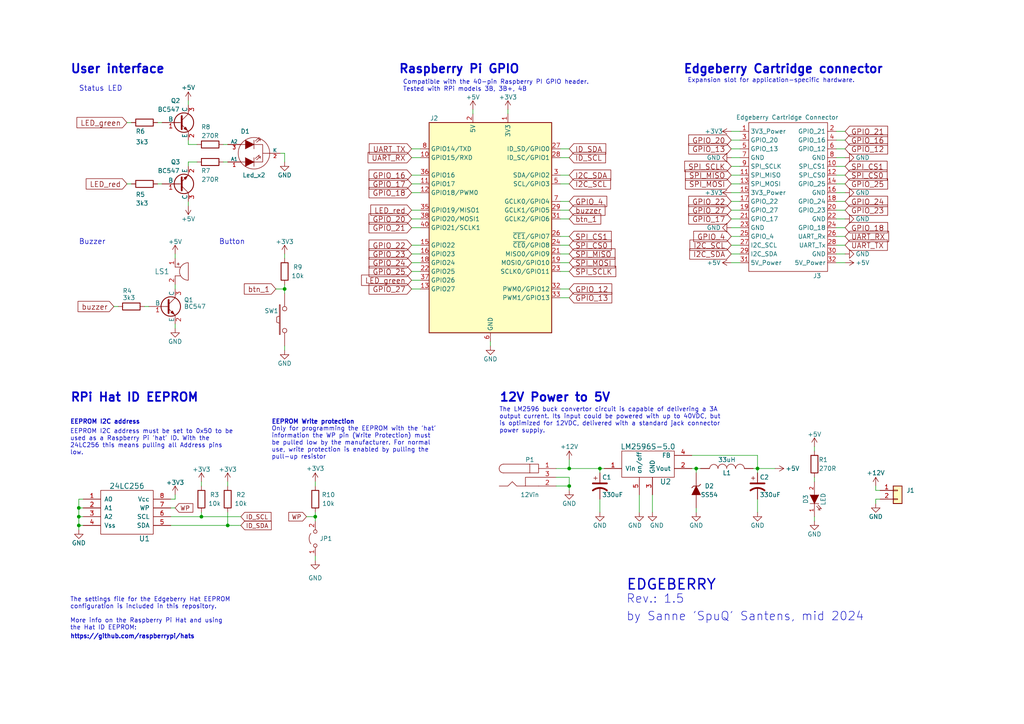
<source format=kicad_sch>
(kicad_sch (version 20231120) (generator "eeschema") (generator_version "8.0")
  (paper "A4")
  (title_block (title "Edgeberry Hardware") (date "2024-05-15") (rev "1.5"))
  (lib_symbols
    (symbol "Connector:Raspberry_Pi_2_3"
      (property "Reference" "J" (at -17.78 31.75 0))
      (property "Value" "Raspberry_Pi_2_3" (at 10.16 -31.75 0))
      (symbol "Raspberry_Pi_2_3_0_1"
        (rectangle (start -17.78 30.48) (end 17.78 -30.48) (stroke (width 0.254)) (fill (type background)))
      )
      (symbol "Raspberry_Pi_2_3_1_1"
        (pin power_in line (at 5.08 33.02 270) (length 2.54) (name "3V3") (number "1"))
        (pin bidirectional line (at -20.32 20.32 0) (length 2.54) (name "GPIO15/RXD") (number "10"))
        (pin bidirectional line (at -20.32 12.7 0) (length 2.54) (name "GPIO17") (number "11"))
        (pin bidirectional line (at -20.32 10.16 0) (length 2.54) (name "GPIO18/PWM0") (number "12"))
        (pin bidirectional line (at -20.32 -17.78 0) (length 2.54) (name "GPIO27") (number "13"))
        (pin passive line (at 0 -33.02 90) (length 2.54) hide (name "GND") (number "14"))
        (pin bidirectional line (at -20.32 -5.08 0) (length 2.54) (name "GPIO22") (number "15"))
        (pin bidirectional line (at -20.32 -7.62 0) (length 2.54) (name "GPIO23") (number "16"))
        (pin passive line (at 5.08 33.02 270) (length 2.54) hide (name "3V3") (number "17"))
        (pin bidirectional line (at -20.32 -10.16 0) (length 2.54) (name "GPIO24") (number "18"))
        (pin bidirectional line (at 20.32 -10.16 180) (length 2.54) (name "MOSI0/GPIO10") (number "19"))
        (pin power_in line (at -5.08 33.02 270) (length 2.54) (name "5V") (number "2"))
        (pin passive line (at 0 -33.02 90) (length 2.54) hide (name "GND") (number "20"))
        (pin bidirectional line (at 20.32 -7.62 180) (length 2.54) (name "MISO0/GPIO9") (number "21"))
        (pin bidirectional line (at -20.32 -12.7 0) (length 2.54) (name "GPIO25") (number "22"))
        (pin bidirectional line (at 20.32 -12.7 180) (length 2.54) (name "SCLK0/GPIO11") (number "23"))
        (pin bidirectional line (at 20.32 -5.08 180) (length 2.54) (name "~{CE0}/GPIO8") (number "24"))
        (pin passive line (at 0 -33.02 90) (length 2.54) hide (name "GND") (number "25"))
        (pin bidirectional line (at 20.32 -2.54 180) (length 2.54) (name "~{CE1}/GPIO7") (number "26"))
        (pin bidirectional line (at 20.32 22.86 180) (length 2.54) (name "ID_SD/GPIO0") (number "27"))
        (pin bidirectional line (at 20.32 20.32 180) (length 2.54) (name "ID_SC/GPIO1") (number "28"))
        (pin bidirectional line (at 20.32 5.08 180) (length 2.54) (name "GCLK1/GPIO5") (number "29"))
        (pin bidirectional line (at 20.32 15.24 180) (length 2.54) (name "SDA/GPIO2") (number "3"))
        (pin passive line (at 0 -33.02 90) (length 2.54) hide (name "GND") (number "30"))
        (pin bidirectional line (at 20.32 2.54 180) (length 2.54) (name "GCLK2/GPIO6") (number "31"))
        (pin bidirectional line (at 20.32 -17.78 180) (length 2.54) (name "PWM0/GPIO12") (number "32"))
        (pin bidirectional line (at 20.32 -20.32 180) (length 2.54) (name "PWM1/GPIO13") (number "33"))
        (pin passive line (at 0 -33.02 90) (length 2.54) hide (name "GND") (number "34"))
        (pin bidirectional line (at -20.32 5.08 0) (length 2.54) (name "GPIO19/MISO1") (number "35"))
        (pin bidirectional line (at -20.32 15.24 0) (length 2.54) (name "GPIO16") (number "36"))
        (pin bidirectional line (at -20.32 -15.24 0) (length 2.54) (name "GPIO26") (number "37"))
        (pin bidirectional line (at -20.32 2.54 0) (length 2.54) (name "GPIO20/MOSI1") (number "38"))
        (pin passive line (at 0 -33.02 90) (length 2.54) hide (name "GND") (number "39"))
        (pin passive line (at -5.08 33.02 270) (length 2.54) hide (name "5V") (number "4"))
        (pin bidirectional line (at -20.32 0 0) (length 2.54) (name "GPIO21/SCLK1") (number "40"))
        (pin bidirectional line (at 20.32 12.7 180) (length 2.54) (name "SCL/GPIO3") (number "5"))
        (pin power_in line (at 0 -33.02 90) (length 2.54) (name "GND") (number "6"))
        (pin bidirectional line (at 20.32 7.62 180) (length 2.54) (name "GCLK0/GPIO4") (number "7"))
        (pin bidirectional line (at -20.32 22.86 0) (length 2.54) (name "GPIO14/TXD") (number "8"))
        (pin passive line (at 0 -33.02 90) (length 2.54) hide (name "GND") (number "9"))
      )
    )
    (symbol "Connector_Generic:Conn_01x02" (pin_names (offset 1.016) hide)
      (property "Reference" "J" (at 0 2.54 0))
      (property "Value" "Conn_01x02" (at 0 -5.08 0))
      (symbol "Conn_01x02_1_1"
        (rectangle (start -1.27 -2.413) (end 0 -2.667) (stroke (width 0.1524)))
        (rectangle (start -1.27 0.127) (end 0 -0.127) (stroke (width 0.1524)))
        (rectangle (start -1.27 1.27) (end 1.27 -3.81) (stroke (width 0.254)) (fill (type background)))
        (pin passive line (at -5.08 0 0) (length 3.81) (name "Pin_1") (number "1"))
        (pin passive line (at -5.08 -2.54 0) (length 3.81) (name "Pin_2") (number "2"))
      )
    )
    (symbol "EdgeBerry-rescue:+12V" (power) (pin_names (offset 0))
      (property "Value" "+12V" (at 0 3.556 0))
      (symbol "+12V_0_1"
        (polyline (pts (xy -0.762 1.27) (xy 0 2.54)))
        (polyline (pts (xy 0 0) (xy 0 2.54)))
        (polyline (pts (xy 0 2.54) (xy 0.762 1.27)))
      )
      (symbol "+12V_1_1"
        (pin power_in line (at 0 0 90) (length 0) hide (name "+12V") (number "1"))
      )
    )
    (symbol "EdgeBerry-rescue:+3V3" (power) (pin_names (offset 0))
      (property "Value" "+3V3" (at 0 3.556 0))
      (symbol "+3V3_0_1"
        (polyline (pts (xy -0.762 1.27) (xy 0 2.54)))
        (polyline (pts (xy 0 0) (xy 0 2.54)))
        (polyline (pts (xy 0 2.54) (xy 0.762 1.27)))
      )
      (symbol "+3V3_1_1"
        (pin power_in line (at 0 0 90) (length 0) hide (name "+3V3") (number "1"))
      )
    )
    (symbol "EdgeBerry-rescue:+5V" (power) (pin_names (offset 0))
      (property "Value" "+5V" (at 0 3.556 0))
      (symbol "+5V_0_1"
        (polyline (pts (xy -0.762 1.27) (xy 0 2.54)))
        (polyline (pts (xy 0 0) (xy 0 2.54)))
        (polyline (pts (xy 0 2.54) (xy 0.762 1.27)))
      )
      (symbol "+5V_1_1"
        (pin power_in line (at 0 0 90) (length 0) hide (name "+5V") (number "1"))
      )
    )
    (symbol "EdgeBerry-rescue:24LC256" (pin_names (offset 1.016))
      (property "Reference" "U" (at 5.08 -7.62 0))
      (property "Value" "24LC256" (at 0 7.62 0))
      (symbol "24LC256_0_1"
        (rectangle (start -7.62 6.35) (end 7.62 -6.35))
      )
      (symbol "24LC256_1_1"
        (pin input line (at -12.7 3.81 0) (length 5.08) (name "A0") (number "1"))
        (pin input line (at -12.7 1.27 0) (length 5.08) (name "A1") (number "2"))
        (pin input line (at -12.7 -1.27 0) (length 5.08) (name "A2") (number "3"))
        (pin input line (at -12.7 -3.81 0) (length 5.08) (name "Vss") (number "4"))
        (pin input line (at 12.7 -3.81 180) (length 5.08) (name "SDA") (number "5"))
        (pin input line (at 12.7 -1.27 180) (length 5.08) (name "SCL") (number "6"))
        (pin input line (at 12.7 1.27 180) (length 5.08) (name "WP") (number "7"))
        (pin input line (at 12.7 3.81 180) (length 5.08) (name "Vcc") (number "8"))
      )
    )
    (symbol "EdgeBerry-rescue:BARREL_JACK" (pin_names (offset 1.016))
      (property "Reference" "CON" (at 0 6.35 0))
      (property "Value" "BARREL_JACK" (at 0 -5.08 0))
      (symbol "BARREL_JACK_0_1"
        (arc (start -8.89 2.54) (mid -8.5309 1.6291) (end -7.62 1.27))
        (arc (start -7.62 3.81) (mid -8.5127 3.4327) (end -8.89 2.54))
        (polyline (pts (xy -7.62 1.27) (xy 0 1.27)))
        (polyline (pts (xy 0 3.81) (xy -7.62 3.81)))
        (polyline (pts (xy 2.54 0) (xy -1.27 0) (xy -1.27 -2.54)))
        (polyline (pts (xy 2.54 -2.54) (xy -3.81 -2.54) (xy -5.08 -1.27) (xy -6.35 -2.54) (xy -8.89 -2.54)))
        (rectangle (start 2.54 3.81) (end 0 1.27))
      )
      (symbol "BARREL_JACK_1_1"
        (pin passive line (at 7.62 2.54 180) (length 5.08) (name "~") (number "1"))
        (pin passive line (at 7.62 -2.54 180) (length 5.08) (name "~") (number "2"))
        (pin passive line (at 7.62 0 180) (length 5.08) (name "~") (number "3"))
      )
    )
    (symbol "EdgeBerry-rescue:BC547_SOT23" (pin_names (offset 0))
      (property "Reference" "Q" (at 5.08 1.905 0))
      (property "Value" "BC547_SOT23" (at 5.08 0 0))
      (property "Footprint" "TO_SOT_Packages_SMD:SOT-23_Handsoldering" (at 5.08 -1.905 0))
      (symbol "BC547_SOT23_0_1"
        (polyline (pts (xy 0 0) (xy 0.635 0)))
        (polyline (pts (xy 0.635 0.635) (xy 2.54 2.54)))
        (polyline (pts (xy 0.635 -0.635) (xy 2.54 -2.54) (xy 2.54 -2.54)))
        (polyline (pts (xy 0.635 1.905) (xy 0.635 -1.905) (xy 0.635 -1.905)) (stroke (width 0.508)))
        (polyline (pts (xy 1.27 -1.778) (xy 1.778 -1.27) (xy 2.286 -2.286) (xy 1.27 -1.778) (xy 1.27 -1.778)) (fill (type outline)))
        (circle (center 1.27 0) (radius 2.8194) (stroke (width 0.254)))
      )
      (symbol "BC547_SOT23_1_1"
        (pin input line (at -5.08 0 0) (length 5.08) (name "B") (number "1"))
        (pin passive line (at 2.54 -5.08 90) (length 2.54) (name "E") (number "2"))
        (pin passive line (at 2.54 5.08 270) (length 2.54) (name "C") (number "3"))
      )
    )
    (symbol "EdgeBerry-rescue:Buzzer" (pin_names (offset 1.016))
      (property "Reference" "LS" (at 2.54 -3.81 0))
      (symbol "Buzzer_0_1"
        (polyline (pts (xy 0 -1.27) (xy 1.27 -1.27)))
        (polyline (pts (xy 0 1.27) (xy 1.27 1.27)))
        (polyline (pts (xy 0.508 2.159) (xy 0.508 2.159)))
        (polyline (pts (xy 0.889 2.54) (xy 0.889 1.778)))
        (polyline (pts (xy 1.27 -1.27) (xy 1.524 -1.27)))
        (polyline (pts (xy 1.27 1.27) (xy 1.524 1.27)))
        (polyline (pts (xy 1.27 2.159) (xy 0.508 2.159)))
        (polyline (pts (xy 3.81 2.54) (xy 3.81 -2.54)))
        (arc (start 3.81 2.54) (mid 1.281 0) (end 3.81 -2.54))
      )
      (symbol "Buzzer_1_1"
        (pin input line (at 0 3.81 270) (length 2.54) (name "~") (number "1"))
        (pin input line (at 0 -3.81 90) (length 2.54) (name "~") (number "2"))
      )
    )
    (symbol "EdgeBerry-rescue:CP1" (pin_numbers hide) (pin_names (offset 0.254) hide)
      (property "Reference" "C" (at 0.635 2.54 0))
      (property "Value" "CP1" (at 0.635 -2.54 0))
      (symbol "CP1_0_1"
        (polyline (pts (xy -2.032 0.762) (xy 2.032 0.762)) (stroke (width 0.508)))
        (polyline (pts (xy -1.778 2.286) (xy -0.762 2.286)))
        (polyline (pts (xy -1.27 1.778) (xy -1.27 2.794)))
        (arc (start 2.032 -1.27) (mid 0 -0.5572) (end -2.032 -1.27) (stroke (width 0.508)))
      )
      (symbol "CP1_1_1"
        (pin passive line (at 0 3.81 270) (length 2.794) (name "~") (number "1"))
        (pin passive line (at 0 -3.81 90) (length 3.302) (name "~") (number "2"))
      )
    )
    (symbol "EdgeBerry-rescue:GND" (power) (pin_names (offset 0))
      (property "Value" "GND" (at 0 -3.81 0))
      (symbol "GND_0_1"
        (polyline (pts (xy 0 0) (xy 0 -1.27) (xy 1.27 -1.27) (xy 0 -2.54) (xy -1.27 -1.27) (xy 0 -1.27)))
      )
      (symbol "GND_1_1"
        (pin power_in line (at 0 0 270) (length 0) hide (name "GND") (number "1"))
      )
    )
    (symbol "EdgeBerry-rescue:INDUCTOR" (pin_numbers hide) (pin_names (offset 1.016) hide)
      (property "Reference" "L" (at -1.27 0 90))
      (property "Value" "INDUCTOR" (at 2.54 0 90))
      (symbol "INDUCTOR_0_1"
        (arc (start 0.0254 -5.0546) (mid 1.245 -3.7973) (end 0.0254 -2.54))
        (arc (start 0.0254 -2.5146) (mid 1.2704 -1.2319) (end 0.0254 0.0508))
        (arc (start 0.0254 0.0254) (mid 1.2704 1.3081) (end 0.0254 2.5908))
        (arc (start 0.0254 2.5654) (mid 1.1942 3.7719) (end 0.0254 4.9784))
      )
      (symbol "INDUCTOR_1_1"
        (pin passive line (at 0 7.62 270) (length 2.54) (name "1") (number "1"))
        (pin passive line (at 0 -7.62 90) (length 2.54) (name "2") (number "2"))
      )
    )
    (symbol "EdgeBerry-rescue:LED" (pin_names (offset 1.016) hide)
      (property "Reference" "D" (at 0 2.54 0))
      (property "Value" "LED" (at 0 -2.54 0))
      (symbol "LED_0_1"
        (polyline (pts (xy -1.27 1.27) (xy -1.27 -1.27)))
        (polyline (pts (xy -2.032 -0.635) (xy -3.175 -1.651) (xy -3.048 -1.016)))
        (polyline (pts (xy -1.651 -1.016) (xy -2.794 -2.032) (xy -2.667 -1.397)))
        (polyline (pts (xy 1.27 1.27) (xy -1.27 0) (xy 1.27 -1.27)) (fill (type outline)))
      )
      (symbol "LED_1_1"
        (pin passive line (at -5.08 0 0) (length 3.81) (name "K") (number "1"))
        (pin passive line (at 5.08 0 180) (length 3.81) (name "A") (number "2"))
      )
    )
    (symbol "EdgeBerry-rescue:LM2596" (pin_names (offset 1.016))
      (property "Reference" "U" (at 5.08 -11.43 0))
      (property "Value" "LM2596" (at -3.81 -1.27 0))
      (symbol "LM2596_0_1"
        (rectangle (start -7.62 -10.16) (end 7.62 -2.54))
      )
      (symbol "LM2596_1_1"
        (pin input line (at -12.7 -7.62 0) (length 5.08) (name "Vin") (number "1"))
        (pin input line (at 12.7 -7.62 180) (length 5.08) (name "Vout") (number "2"))
        (pin input line (at 1.27 -15.24 90) (length 5.08) (name "GND") (number "3"))
        (pin input line (at 12.7 -3.81 180) (length 5.08) (name "FB") (number "4"))
        (pin input line (at -2.54 -15.24 90) (length 5.08) (name "on/off") (number "5"))
      )
    )
    (symbol "EdgeBerry-rescue:Led_x2" (pin_names (offset 0))
      (property "Reference" "D" (at 0 5.715 0))
      (property "Value" "Led_x2" (at 0 -6.35 0))
      (symbol "Led_x2_0_1"
        (polyline (pts (xy -4.572 0) (xy -2.54 0)))
        (polyline (pts (xy 0 -1.27) (xy 0 -3.81)))
        (polyline (pts (xy 0 3.81) (xy 0 1.27)))
        (polyline (pts (xy 3.81 -2.54) (xy 2.54 -2.54)))
        (polyline (pts (xy 3.81 2.54) (xy 2.54 2.54)))
        (polyline (pts (xy -0.762 -3.175) (xy -1.905 -4.191) (xy -1.778 -3.556)))
        (polyline (pts (xy -0.762 1.905) (xy -1.905 0.889) (xy -1.778 1.524)))
        (polyline (pts (xy -0.381 -3.556) (xy -1.524 -4.572) (xy -1.397 -3.937)))
        (polyline (pts (xy -0.381 1.524) (xy -1.524 0.508) (xy -1.397 1.143)))
        (polyline (pts (xy 2.54 -1.27) (xy 0 -2.54) (xy 2.54 -3.81)) (fill (type outline)))
        (polyline (pts (xy 2.54 3.81) (xy 0 2.54) (xy 2.54 1.27)) (fill (type outline)))
        (polyline (pts (xy 0 2.54) (xy -2.54 2.54) (xy -2.54 -2.54) (xy 0 -2.54)))
        (circle (center 0 0) (radius 4.572))
      )
      (symbol "Led_x2_1_1"
        (pin input line (at 7.62 2.54 180) (length 3.81) (name "A1") (number "1"))
        (pin input line (at -7.62 0 0) (length 3.048) (name "K") (number "2"))
        (pin input line (at 7.62 -2.54 180) (length 3.81) (name "A2") (number "3"))
      )
    )
    (symbol "EdgeBerry-rescue:R" (pin_numbers hide) (pin_names (offset 0))
      (property "Reference" "R" (at 2.032 0 90))
      (property "Value" "R" (at 0 0 90))
      (symbol "R_0_1"
        (rectangle (start -1.016 -2.54) (end 1.016 2.54) (stroke (width 0.254)))
      )
      (symbol "R_1_1"
        (pin passive line (at 0 3.81 270) (length 1.27) (name "~") (number "1"))
        (pin passive line (at 0 -3.81 90) (length 1.27) (name "~") (number "2"))
      )
    )
    (symbol "EdgeBerry-rescue:SW_PUSH" (pin_numbers hide) (pin_names (offset 1.016) hide)
      (property "Reference" "SW" (at 3.81 2.794 0))
      (property "Value" "SW_PUSH" (at 0 -2.032 0))
      (symbol "SW_PUSH_0_1"
        (rectangle (start -4.318 1.27) (end 4.318 1.524))
        (polyline (pts (xy -1.016 1.524) (xy -0.762 2.286) (xy 0.762 2.286) (xy 1.016 1.524)))
        (pin passive inverted (at -7.62 0 0) (length 5.08) (name "1") (number "1"))
        (pin passive inverted (at 7.62 0 180) (length 5.08) (name "2") (number "2"))
      )
    )
    (symbol "EdgeBerry-rescue:ZENER" (pin_numbers hide) (pin_names (offset 1.016) hide)
      (property "Reference" "D" (at 0 2.54 0))
      (property "Value" "ZENER" (at 0 -2.54 0))
      (symbol "ZENER_0_1"
        (polyline (pts (xy -1.778 1.27) (xy -1.27 0.762) (xy -1.27 -0.762) (xy -0.762 -1.27) (xy -0.762 -1.27)) (stroke (width 0.2032)))
        (polyline (pts (xy -1.27 0) (xy 1.27 1.27) (xy 1.27 -1.27) (xy -1.27 0) (xy -1.27 0)) (fill (type outline)))
      )
      (symbol "ZENER_1_1"
        (pin passive line (at -5.08 0 0) (length 3.81) (name "K") (number "1"))
        (pin passive line (at 5.08 0 180) (length 3.81) (name "A") (number "2"))
      )
    )
    (symbol "Edgeberry:Edgeberry_Cartridge_Connector"
      (property "Reference" "H" (at 8.382 -24.13 0))
      (property "Value" "Edgeberry Cartridge Connector" (at -0.254 21.844 0))
      (symbol "Edgeberry_Cartridge_Connector_0_1"
        (polyline (pts (xy -11.43 20.32) (xy 11.43 20.32) (xy 11.43 -22.86) (xy -11.43 -22.86) (xy -11.43 20.32)))
      )
      (symbol "Edgeberry_Cartridge_Connector_1_1"
        (pin output line (at -13.97 17.78 0) (length 2.54) (name "3V3_Power") (number "1"))
        (pin output line (at 13.97 7.62 180) (length 2.54) (name "SPI_CS1") (number "10"))
        (pin input line (at -13.97 5.08 0) (length 2.54) (name "SPI_MISO") (number "11"))
        (pin output line (at 13.97 5.08 180) (length 2.54) (name "SPI_CS0") (number "12"))
        (pin output line (at -13.97 2.54 0) (length 2.54) (name "SPI_MOSI") (number "13"))
        (pin bidirectional line (at 13.97 2.54 180) (length 2.54) (name "GPIO_25") (number "14"))
        (pin output line (at -13.97 0 0) (length 2.54) (name "3V3_Power") (number "15"))
        (pin bidirectional line (at 13.97 0 180) (length 2.54) (name "GND") (number "16"))
        (pin bidirectional line (at -13.97 -2.54 0) (length 2.54) (name "GPIO_22") (number "17"))
        (pin bidirectional line (at 13.97 -2.54 180) (length 2.54) (name "GPIO_24") (number "18"))
        (pin bidirectional line (at -13.97 -5.08 0) (length 2.54) (name "GPIO_27") (number "19"))
        (pin bidirectional line (at 13.97 17.78 180) (length 2.54) (name "GPIO_21") (number "2"))
        (pin bidirectional line (at 13.97 -5.08 180) (length 2.54) (name "GPIO_23") (number "20"))
        (pin bidirectional line (at -13.97 -7.62 0) (length 2.54) (name "GPIO_17") (number "21"))
        (pin output line (at 13.97 -7.62 180) (length 2.54) (name "GND") (number "22"))
        (pin output line (at -13.97 -10.16 0) (length 2.54) (name "GND") (number "23"))
        (pin bidirectional line (at 13.97 -10.16 180) (length 2.54) (name "GPIO_18") (number "24"))
        (pin bidirectional line (at -13.97 -12.7 0) (length 2.54) (name "GPIO_4") (number "25"))
        (pin input line (at 13.97 -12.7 180) (length 2.54) (name "UART_Rx") (number "26"))
        (pin output line (at -13.97 -15.24 0) (length 2.54) (name "I2C_SCL") (number "27"))
        (pin output line (at 13.97 -15.24 180) (length 2.54) (name "UART_Tx") (number "28"))
        (pin bidirectional line (at -13.97 -17.78 0) (length 2.54) (name "I2C_SDA") (number "29"))
        (pin bidirectional line (at -13.97 15.24 0) (length 2.54) (name "GPIO_20") (number "3"))
        (pin output line (at 13.97 -17.78 180) (length 2.54) (name "GND") (number "30"))
        (pin output line (at -13.97 -20.32 0) (length 2.54) (name "5V_Power") (number "31"))
        (pin output line (at 13.97 -20.32 180) (length 2.54) (name "5V_Power") (number "32"))
        (pin bidirectional line (at 13.97 15.24 180) (length 2.54) (name "GPIO_16") (number "4"))
        (pin bidirectional line (at -13.97 12.7 0) (length 2.54) (name "GPIO_13") (number "5"))
        (pin bidirectional line (at 13.97 12.7 180) (length 2.54) (name "GPIO_12") (number "6"))
        (pin output line (at -13.97 10.16 0) (length 2.54) (name "GND") (number "7"))
        (pin output line (at 13.97 10.16 180) (length 2.54) (name "GND") (number "8"))
        (pin output line (at -13.97 7.62 0) (length 2.54) (name "SPI_SCLK") (number "9"))
      )
    )
    (symbol "Jumper:Jumper_2_Open" (pin_names (offset 0) hide)
      (property "Reference" "JP" (at 0 2.794 0))
      (property "Value" "Jumper_2_Open" (at 0 -2.286 0))
      (symbol "Jumper_2_Open_0_0"
        (circle (center -2.032 0) (radius 0.508))
        (circle (center 2.032 0) (radius 0.508))
      )
      (symbol "Jumper_2_Open_0_1"
        (arc (start 1.524 1.27) (mid 0 1.778) (end -1.524 1.27))
      )
      (symbol "Jumper_2_Open_1_1"
        (pin passive line (at -5.08 0 0) (length 2.54) (name "A") (number "1"))
        (pin passive line (at 5.08 0 180) (length 2.54) (name "B") (number "2"))
      )
    )
    (symbol "power:+12V" (power) (pin_names (offset 0))
      (property "Value" "+12V" (at 0 3.556 0))
      (symbol "+12V_0_1"
        (polyline (pts (xy -0.762 1.27) (xy 0 2.54)))
        (polyline (pts (xy 0 0) (xy 0 2.54)))
        (polyline (pts (xy 0 2.54) (xy 0.762 1.27)))
      )
      (symbol "+12V_1_1"
        (pin power_in line (at 0 0 90) (length 0) hide (name "+12V") (number "1"))
      )
    )
    (symbol "power:+3V3" (power) (pin_names (offset 0))
      (property "Value" "+3V3" (at 0 3.556 0))
      (symbol "+3V3_0_1"
        (polyline (pts (xy -0.762 1.27) (xy 0 2.54)))
        (polyline (pts (xy 0 0) (xy 0 2.54)))
        (polyline (pts (xy 0 2.54) (xy 0.762 1.27)))
      )
      (symbol "+3V3_1_1"
        (pin power_in line (at 0 0 90) (length 0) hide (name "+3V3") (number "1"))
      )
    )
    (symbol "power:+5V" (power) (pin_names (offset 0))
      (property "Value" "+5V" (at 0 3.556 0))
      (symbol "+5V_0_1"
        (polyline (pts (xy -0.762 1.27) (xy 0 2.54)))
        (polyline (pts (xy 0 0) (xy 0 2.54)))
        (polyline (pts (xy 0 2.54) (xy 0.762 1.27)))
      )
      (symbol "+5V_1_1"
        (pin power_in line (at 0 0 90) (length 0) hide (name "+5V") (number "1"))
      )
    )
    (symbol "power:GND" (power) (pin_names (offset 0))
      (property "Value" "GND" (at 0 -3.81 0))
      (symbol "GND_0_1"
        (polyline (pts (xy 0 0) (xy 0 -1.27) (xy 1.27 -1.27) (xy 0 -2.54) (xy -1.27 -1.27) (xy 0 -1.27)))
      )
      (symbol "GND_1_1"
        (pin power_in line (at 0 0 270) (length 0) hide (name "GND") (number "1"))
      )
    )
  )
  (junction (at 91.44 149.86))
  (junction (at 66.04 152.4))
  (junction (at 22.86 152.4))
  (junction (at 219.71 135.89))
  (junction (at 173.99 135.89))
  (junction (at 165.1 135.89))
  (junction (at 22.86 149.86))
  (junction (at 22.86 147.32))
  (junction (at 201.93 135.89))
  (junction (at 165.1 140.97))
  (junction (at 58.42 149.86))
  (junction (at 82.55 83.82))
  (wire (pts (xy 255.27 142.24) (xy 254 142.24)))
  (wire (pts (xy 212.09 45.72) (xy 214.63 45.72)))
  (wire (pts (xy 58.42 148.59) (xy 58.42 149.86)))
  (wire (pts (xy 82.55 83.82) (xy 82.55 82.55)))
  (wire (pts (xy 119.38 50.8) (xy 121.92 50.8)))
  (wire (pts (xy 33.02 88.9) (xy 34.29 88.9)))
  (wire (pts (xy 64.77 46.99) (xy 66.04 46.99)))
  (wire (pts (xy 54.61 48.26) (xy 54.61 46.99)))
  (wire (pts (xy 212.09 71.12) (xy 214.63 71.12)))
  (wire (pts (xy 212.09 53.34) (xy 214.63 53.34)))
  (wire (pts (xy 212.09 60.96) (xy 214.63 60.96)))
  (wire (pts (xy 201.93 137.16) (xy 201.93 135.89)))
  (wire (pts (xy 162.56 83.82) (xy 165.1 83.82)))
  (wire (pts (xy 54.61 46.99) (xy 57.15 46.99)))
  (wire (pts (xy 22.86 144.78) (xy 22.86 147.32)))
  (wire (pts (xy 242.57 43.18) (xy 245.11 43.18)))
  (wire (pts (xy 82.55 100.33) (xy 82.55 101.6)))
  (wire (pts (xy 119.38 71.12) (xy 121.92 71.12)))
  (wire (pts (xy 212.09 50.8) (xy 214.63 50.8)))
  (wire (pts (xy 91.44 148.59) (xy 91.44 149.86)))
  (wire (pts (xy 200.66 135.89) (xy 201.93 135.89)))
  (wire (pts (xy 173.99 148.59) (xy 173.99 144.78)))
  (wire (pts (xy 254 144.78) (xy 254 146.05)))
  (wire (pts (xy 212.09 66.04) (xy 214.63 66.04)))
  (wire (pts (xy 119.38 76.2) (xy 121.92 76.2)))
  (wire (pts (xy 242.57 76.2) (xy 245.11 76.2)))
  (wire (pts (xy 54.61 29.21) (xy 54.61 30.48)))
  (wire (pts (xy 242.57 45.72) (xy 245.11 45.72)))
  (wire (pts (xy 119.38 66.04) (xy 121.92 66.04)))
  (wire (pts (xy 236.22 129.54) (xy 236.22 130.81)))
  (wire (pts (xy 91.44 139.7) (xy 91.44 140.97)))
  (wire (pts (xy 119.38 55.88) (xy 121.92 55.88)))
  (wire (pts (xy 54.61 41.91) (xy 57.15 41.91)))
  (wire (pts (xy 162.56 73.66) (xy 165.1 73.66)))
  (wire (pts (xy 161.29 138.43) (xy 165.1 138.43)))
  (wire (pts (xy 162.56 43.18) (xy 165.1 43.18)))
  (wire (pts (xy 201.93 147.32) (xy 201.93 148.59)))
  (wire (pts (xy 50.8 73.66) (xy 50.8 74.93)))
  (wire (pts (xy 119.38 63.5) (xy 121.92 63.5)))
  (wire (pts (xy 147.32 31.75) (xy 147.32 33.02)))
  (wire (pts (xy 119.38 53.34) (xy 121.92 53.34)))
  (wire (pts (xy 24.13 152.4) (xy 22.86 152.4)))
  (wire (pts (xy 119.38 73.66) (xy 121.92 73.66)))
  (wire (pts (xy 242.57 40.64) (xy 245.11 40.64)))
  (wire (pts (xy 162.56 78.74) (xy 165.1 78.74)))
  (wire (pts (xy 58.42 149.86) (xy 69.85 149.86)))
  (wire (pts (xy 219.71 148.59) (xy 219.71 144.78)))
  (wire (pts (xy 66.04 139.7) (xy 66.04 140.97)))
  (wire (pts (xy 173.99 135.89) (xy 175.26 135.89)))
  (wire (pts (xy 41.91 88.9) (xy 43.18 88.9)))
  (wire (pts (xy 119.38 45.72) (xy 121.92 45.72)))
  (wire (pts (xy 242.57 53.34) (xy 245.11 53.34)))
  (wire (pts (xy 24.13 147.32) (xy 22.86 147.32)))
  (wire (pts (xy 50.8 93.98) (xy 50.8 95.25)))
  (wire (pts (xy 212.09 48.26) (xy 214.63 48.26)))
  (wire (pts (xy 236.22 138.43) (xy 236.22 139.7)))
  (wire (pts (xy 242.57 48.26) (xy 245.11 48.26)))
  (wire (pts (xy 24.13 144.78) (xy 22.86 144.78)))
  (wire (pts (xy 45.72 35.56) (xy 46.99 35.56)))
  (wire (pts (xy 49.53 144.78) (xy 50.8 144.78)))
  (wire (pts (xy 165.1 140.97) (xy 165.1 142.24)))
  (wire (pts (xy 22.86 152.4) (xy 22.86 153.67)))
  (wire (pts (xy 162.56 50.8) (xy 165.1 50.8)))
  (wire (pts (xy 22.86 147.32) (xy 22.86 149.86)))
  (wire (pts (xy 36.83 35.56) (xy 38.1 35.56)))
  (wire (pts (xy 165.1 138.43) (xy 165.1 140.97)))
  (wire (pts (xy 219.71 132.08) (xy 219.71 135.89)))
  (wire (pts (xy 82.55 85.09) (xy 82.55 83.82)))
  (wire (pts (xy 161.29 140.97) (xy 165.1 140.97)))
  (wire (pts (xy 173.99 137.16) (xy 173.99 135.89)))
  (wire (pts (xy 50.8 83.82) (xy 50.8 82.55)))
  (wire (pts (xy 137.16 31.75) (xy 137.16 33.02)))
  (wire (pts (xy 24.13 149.86) (xy 22.86 149.86)))
  (wire (pts (xy 212.09 63.5) (xy 214.63 63.5)))
  (wire (pts (xy 219.71 135.89) (xy 219.71 137.16)))
  (wire (pts (xy 162.56 58.42) (xy 165.1 58.42)))
  (wire (pts (xy 162.56 71.12) (xy 165.1 71.12)))
  (wire (pts (xy 82.55 73.66) (xy 82.55 74.93)))
  (wire (pts (xy 49.53 149.86) (xy 58.42 149.86)))
  (wire (pts (xy 22.86 149.86) (xy 22.86 152.4)))
  (wire (pts (xy 81.28 44.45) (xy 82.55 44.45)))
  (wire (pts (xy 165.1 135.89) (xy 173.99 135.89)))
  (wire (pts (xy 64.77 41.91) (xy 66.04 41.91)))
  (wire (pts (xy 119.38 43.18) (xy 121.92 43.18)))
  (wire (pts (xy 50.8 144.78) (xy 50.8 143.51)))
  (wire (pts (xy 162.56 76.2) (xy 165.1 76.2)))
  (wire (pts (xy 255.27 144.78) (xy 254 144.78)))
  (wire (pts (xy 201.93 135.89) (xy 203.2 135.89)))
  (wire (pts (xy 212.09 58.42) (xy 214.63 58.42)))
  (wire (pts (xy 161.29 135.89) (xy 165.1 135.89)))
  (wire (pts (xy 242.57 50.8) (xy 245.11 50.8)))
  (wire (pts (xy 162.56 53.34) (xy 165.1 53.34)))
  (wire (pts (xy 162.56 63.5) (xy 165.1 63.5)))
  (wire (pts (xy 54.61 40.64) (xy 54.61 41.91)))
  (wire (pts (xy 242.57 71.12) (xy 245.11 71.12)))
  (wire (pts (xy 242.57 73.66) (xy 245.11 73.66)))
  (wire (pts (xy 91.44 149.86) (xy 91.44 151.13)))
  (wire (pts (xy 242.57 68.58) (xy 245.11 68.58)))
  (wire (pts (xy 242.57 38.1) (xy 245.11 38.1)))
  (wire (pts (xy 219.71 135.89) (xy 224.79 135.89)))
  (wire (pts (xy 82.55 44.45) (xy 82.55 46.99)))
  (wire (pts (xy 142.24 99.06) (xy 142.24 100.33)))
  (wire (pts (xy 165.1 135.89) (xy 165.1 133.35)))
  (wire (pts (xy 49.53 152.4) (xy 66.04 152.4)))
  (wire (pts (xy 162.56 68.58) (xy 165.1 68.58)))
  (wire (pts (xy 242.57 60.96) (xy 245.11 60.96)))
  (wire (pts (xy 242.57 55.88) (xy 245.11 55.88)))
  (wire (pts (xy 54.61 58.42) (xy 54.61 59.69)))
  (wire (pts (xy 212.09 40.64) (xy 214.63 40.64)))
  (wire (pts (xy 36.83 53.34) (xy 38.1 53.34)))
  (wire (pts (xy 236.22 149.86) (xy 236.22 151.13)))
  (wire (pts (xy 162.56 86.36) (xy 165.1 86.36)))
  (wire (pts (xy 66.04 148.59) (xy 66.04 152.4)))
  (wire (pts (xy 189.23 143.51) (xy 189.23 148.59)))
  (wire (pts (xy 162.56 45.72) (xy 165.1 45.72)))
  (wire (pts (xy 212.09 38.1) (xy 214.63 38.1)))
  (wire (pts (xy 119.38 81.28) (xy 121.92 81.28)))
  (wire (pts (xy 80.01 83.82) (xy 82.55 83.82)))
  (wire (pts (xy 45.72 53.34) (xy 46.99 53.34)))
  (wire (pts (xy 91.44 161.29) (xy 91.44 162.56)))
  (wire (pts (xy 162.56 60.96) (xy 165.1 60.96)))
  (wire (pts (xy 242.57 63.5) (xy 245.11 63.5)))
  (wire (pts (xy 200.66 132.08) (xy 219.71 132.08)))
  (wire (pts (xy 218.44 135.89) (xy 219.71 135.89)))
  (wire (pts (xy 119.38 60.96) (xy 121.92 60.96)))
  (wire (pts (xy 212.09 68.58) (xy 214.63 68.58)))
  (wire (pts (xy 49.53 147.32) (xy 50.8 147.32)))
  (wire (pts (xy 58.42 139.7) (xy 58.42 140.97)))
  (wire (pts (xy 242.57 66.04) (xy 245.11 66.04)))
  (wire (pts (xy 119.38 83.82) (xy 121.92 83.82)))
  (wire (pts (xy 119.38 78.74) (xy 121.92 78.74)))
  (wire (pts (xy 88.9 149.86) (xy 91.44 149.86)))
  (wire (pts (xy 185.42 143.51) (xy 185.42 148.59)))
  (wire (pts (xy 212.09 55.88) (xy 214.63 55.88)))
  (wire (pts (xy 66.04 152.4) (xy 69.85 152.4)))
  (wire (pts (xy 212.09 73.66) (xy 214.63 73.66)))
  (wire (pts (xy 254 142.24) (xy 254 140.97)))
  (wire (pts (xy 242.57 58.42) (xy 245.11 58.42)))
  (wire (pts (xy 212.09 43.18) (xy 214.63 43.18)))
  (wire (pts (xy 212.09 76.2) (xy 214.63 76.2)))
  (text "Button" (at 63.5 71.12 0) (effects (font (size 1.524 1.524)) (justify left bottom)))
  (text "by Sanne 'SpuQ' Santens, mid 2024" (at 181.61 180.34 0) (effects (font (size 2.4892 2.4892)) (justify left bottom)))
  (text "EEPROM I2C address must be set to 0x50 to be\nused as a Raspberry Pi 'hat' ID. With the\n24LC256 this means pulling all Address pins\nlow." (at 20.32 132.08 0) (effects (font (size 1.27 1.27)) (justify left bottom)))
  (text "User interface" (at 20.32 21.59 0) (effects (font (size 2.5146 2.5146) (thickness 0.5029) (bold yes)) (justify left bottom)))
  (text "12V Power to 5V" (at 144.78 116.84 0) (effects (font (size 2.4892 2.4892) (thickness 0.4978) (bold yes)) (justify left bottom)))
  (text "EEPROM Write protection" (at 78.74 123.19 0) (effects (font (size 1.27 1.27) (thickness 0.254) (bold yes)) (justify left bottom)))
  (text "Raspberry Pi GPIO" (at 115.57 21.59 0) (effects (font (size 2.4892 2.4892) (thickness 0.4978) (bold yes)) (justify left bottom)))
  (text "RPi Hat ID EEPROM" (at 20.32 116.84 0) (effects (font (size 2.4892 2.4892) (thickness 0.4978) (bold yes)) (justify left bottom)))
  (text "https://github.com/raspberrypi/hats" (at 20.32 185.42 0) (effects (font (size 1.27 1.27) (thickness 0.254) (bold yes)) (justify left bottom)))
  (text "The settings file for the Edgeberry Hat EEPROM\nconfiguration is included in this repository.\n\nMore info on the Raspberry Pi Hat and using\nthe Hat ID EEPROM:\n" (at 20.32 182.88 0) (effects (font (size 1.27 1.27)) (justify left bottom)))
  (text "The LM2596 buck convertor circuit is capable of delivering a 3A\noutput current. Its input could be powered with up to 40VDC, but\nis optimized for 12VDC, delivered with a standard jack connector\npower supply." (at 144.78 125.73 0) (effects (font (size 1.27 1.27)) (justify left bottom)))
  (text "Rev.: 1.5" (at 181.61 175.26 0) (effects (font (size 2.4892 2.4892)) (justify left bottom)))
  (text "Only for programming the EEPROM with the 'hat'\ninformation the WP pin (Write Protection) must\nbe pulled low by the manufacturer. For normal\nuse, write protection is enabled by pulling the\npull-up resistor" (at 78.74 133.35 0) (effects (font (size 1.27 1.27)) (justify left bottom)))
  (text "Buzzer" (at 22.86 71.12 0) (effects (font (size 1.524 1.524)) (justify left bottom)))
  (text "Status LED" (at 22.86 26.67 0) (effects (font (size 1.524 1.524)) (justify left bottom)))
  (text "EDGEBERRY" (at 181.61 171.45 0) (effects (font (size 3 3) (thickness 0.4) (bold yes)) (justify left bottom)))
  (text "Expansion slot for application-specific hardware." (at 199.39 24.13 0) (effects (font (size 1.27 1.27)) (justify left bottom)))
  (text "Edgeberry Cartridge connector" (at 198.12 21.59 0) (effects (font (size 2.4892 2.4892) (thickness 0.4978) (bold yes)) (justify left bottom)))
  (text "EEPROM I2C address" (at 20.32 123.19 0) (effects (font (size 1.27 1.27) (thickness 0.254) (bold yes)) (justify left bottom)))
  (text "Compatible with the 40-pin Raspberry PI GPIO header.\nTested with RPi models 3B, 3B+, 4B" (at 116.84 26.67 0) (effects (font (size 1.27 1.27)) (justify left bottom)))
  (global_label "GPIO_20" (shape input) (at 119.38 63.5 180) (effects (font (size 1.524 1.524))) (property "Intersheetrefs" "${INTERSHEET_REFS}" (effects (hide yes))))
  (global_label "SPI_MISO" (shape input) (at 165.1 73.66 0) (effects (font (size 1.524 1.524))) (property "Intersheetrefs" "${INTERSHEET_REFS}" (effects (hide yes))))
  (global_label "GPIO_24" (shape input) (at 245.11 58.42 0) (effects (font (size 1.524 1.524))) (property "Intersheetrefs" "${INTERSHEET_REFS}" (effects (hide yes))))
  (global_label "SPI_SCLK" (shape input) (at 165.1 78.74 0) (effects (font (size 1.524 1.524))) (property "Intersheetrefs" "${INTERSHEET_REFS}" (effects (hide yes))))
  (global_label "GPIO_27" (shape input) (at 119.38 83.82 180) (effects (font (size 1.524 1.524))) (property "Intersheetrefs" "${INTERSHEET_REFS}" (effects (hide yes))))
  (global_label "SPI_CS0" (shape input) (at 245.11 50.8 0) (effects (font (size 1.524 1.524))) (property "Intersheetrefs" "${INTERSHEET_REFS}" (effects (hide yes))))
  (global_label "GPIO_21" (shape input) (at 119.38 66.04 180) (effects (font (size 1.524 1.524))) (property "Intersheetrefs" "${INTERSHEET_REFS}" (effects (hide yes))))
  (global_label "GPIO_4" (shape input) (at 165.1 58.42 0) (effects (font (size 1.524 1.524))) (property "Intersheetrefs" "${INTERSHEET_REFS}" (effects (hide yes))))
  (global_label "LED_red" (shape input) (at 36.83 53.34 180) (effects (font (size 1.524 1.524))) (property "Intersheetrefs" "${INTERSHEET_REFS}" (effects (hide yes))))
  (global_label "GPIO_23" (shape input) (at 119.38 73.66 180) (effects (font (size 1.524 1.524))) (property "Intersheetrefs" "${INTERSHEET_REFS}" (effects (hide yes))))
  (global_label "I2C_SDA" (shape input) (at 165.1 50.8 0) (effects (font (size 1.524 1.524))) (property "Intersheetrefs" "${INTERSHEET_REFS}" (effects (hide yes))))
  (global_label "SPI_SCLK" (shape input) (at 212.09 48.26 180) (effects (font (size 1.524 1.524))) (property "Intersheetrefs" "${INTERSHEET_REFS}" (effects (hide yes))))
  (global_label "GPIO_20" (shape input) (at 212.09 40.64 180) (effects (font (size 1.524 1.524))) (property "Intersheetrefs" "${INTERSHEET_REFS}" (effects (hide yes))))
  (global_label "buzzer" (shape input) (at 165.1 60.96 0) (effects (font (size 1.524 1.524))) (property "Intersheetrefs" "${INTERSHEET_REFS}" (effects (hide yes))))
  (global_label "GPIO_25" (shape input) (at 119.38 78.74 180) (effects (font (size 1.524 1.524))) (property "Intersheetrefs" "${INTERSHEET_REFS}" (effects (hide yes))))
  (global_label "GPIO_23" (shape input) (at 245.11 60.96 0) (effects (font (size 1.524 1.524))) (property "Intersheetrefs" "${INTERSHEET_REFS}" (effects (hide yes))))
  (global_label "SPI_CS1" (shape input) (at 245.11 48.26 0) (effects (font (size 1.524 1.524))) (property "Intersheetrefs" "${INTERSHEET_REFS}" (effects (hide yes))))
  (global_label "UART_TX" (shape input) (at 245.11 71.12 0) (effects (font (size 1.524 1.524))) (property "Intersheetrefs" "${INTERSHEET_REFS}" (effects (hide yes))))
  (global_label "I2C_SCL" (shape input) (at 212.09 71.12 180) (effects (font (size 1.524 1.524))) (property "Intersheetrefs" "${INTERSHEET_REFS}" (effects (hide yes))))
  (global_label "GPIO_12" (shape input) (at 165.1 83.82 0) (effects (font (size 1.524 1.524))) (property "Intersheetrefs" "${INTERSHEET_REFS}" (effects (hide yes))))
  (global_label "buzzer" (shape input) (at 33.02 88.9 180) (effects (font (size 1.524 1.524))) (property "Intersheetrefs" "${INTERSHEET_REFS}" (effects (hide yes))))
  (global_label "GPIO_4" (shape input) (at 212.09 68.58 180) (effects (font (size 1.524 1.524))) (property "Intersheetrefs" "${INTERSHEET_REFS}" (effects (hide yes))))
  (global_label "WP" (shape input) (at 50.8 147.32 0) (property "Intersheetrefs" "${INTERSHEET_REFS}" (effects (hide yes))))
  (global_label "SPI_MISO" (shape input) (at 212.09 50.8 180) (effects (font (size 1.524 1.524))) (property "Intersheetrefs" "${INTERSHEET_REFS}" (effects (hide yes))))
  (global_label "UART_RX" (shape input) (at 245.11 68.58 0) (effects (font (size 1.524 1.524))) (property "Intersheetrefs" "${INTERSHEET_REFS}" (effects (hide yes))))
  (global_label "ID_SCL" (shape input) (at 69.85 149.86 0) (property "Intersheetrefs" "${INTERSHEET_REFS}" (effects (hide yes))))
  (global_label "I2C_SDA" (shape input) (at 212.09 73.66 180) (effects (font (size 1.524 1.524))) (property "Intersheetrefs" "${INTERSHEET_REFS}" (effects (hide yes))))
  (global_label "ID_SDA" (shape input) (at 69.85 152.4 0) (property "Intersheetrefs" "${INTERSHEET_REFS}" (effects (hide yes))))
  (global_label "SPI_CS1" (shape input) (at 165.1 68.58 0) (effects (font (size 1.524 1.524))) (property "Intersheetrefs" "${INTERSHEET_REFS}" (effects (hide yes))))
  (global_label "GPIO_16" (shape input) (at 119.38 50.8 180) (effects (font (size 1.524 1.524))) (property "Intersheetrefs" "${INTERSHEET_REFS}" (effects (hide yes))))
  (global_label "GPIO_25" (shape input) (at 245.11 53.34 0) (effects (font (size 1.524 1.524))) (property "Intersheetrefs" "${INTERSHEET_REFS}" (effects (hide yes))))
  (global_label "btn_1" (shape input) (at 80.01 83.82 180) (effects (font (size 1.524 1.524))) (property "Intersheetrefs" "${INTERSHEET_REFS}" (effects (hide yes))))
  (global_label "LED_green" (shape input) (at 36.83 35.56 180) (effects (font (size 1.524 1.524))) (property "Intersheetrefs" "${INTERSHEET_REFS}" (effects (hide yes))))
  (global_label "SPI_CS0" (shape input) (at 165.1 71.12 0) (effects (font (size 1.524 1.524))) (property "Intersheetrefs" "${INTERSHEET_REFS}" (effects (hide yes))))
  (global_label "GPIO_22" (shape input) (at 119.38 71.12 180) (effects (font (size 1.524 1.524))) (property "Intersheetrefs" "${INTERSHEET_REFS}" (effects (hide yes))))
  (global_label "UART_TX" (shape input) (at 119.38 43.18 180) (effects (font (size 1.524 1.524))) (property "Intersheetrefs" "${INTERSHEET_REFS}" (effects (hide yes))))
  (global_label "GPIO_24" (shape input) (at 119.38 76.2 180) (effects (font (size 1.524 1.524))) (property "Intersheetrefs" "${INTERSHEET_REFS}" (effects (hide yes))))
  (global_label "GPIO_27" (shape input) (at 212.09 60.96 180) (effects (font (size 1.524 1.524))) (property "Intersheetrefs" "${INTERSHEET_REFS}" (effects (hide yes))))
  (global_label "GPIO_17" (shape input) (at 119.38 53.34 180) (effects (font (size 1.524 1.524))) (property "Intersheetrefs" "${INTERSHEET_REFS}" (effects (hide yes))))
  (global_label "SPI_MOSI" (shape input) (at 212.09 53.34 180) (effects (font (size 1.524 1.524))) (property "Intersheetrefs" "${INTERSHEET_REFS}" (effects (hide yes))))
  (global_label "ID_SDA" (shape input) (at 165.1 43.18 0) (effects (font (size 1.524 1.524))) (property "Intersheetrefs" "${INTERSHEET_REFS}" (effects (hide yes))))
  (global_label "LED_green" (shape input) (at 119.38 81.28 180) (effects (font (size 1.524 1.524))) (property "Intersheetrefs" "${INTERSHEET_REFS}" (effects (hide yes))))
  (global_label "GPIO_13" (shape input) (at 165.1 86.36 0) (effects (font (size 1.524 1.524))) (property "Intersheetrefs" "${INTERSHEET_REFS}" (effects (hide yes))))
  (global_label "btn_1" (shape input) (at 165.1 63.5 0) (effects (font (size 1.524 1.524))) (property "Intersheetrefs" "${INTERSHEET_REFS}" (effects (hide yes))))
  (global_label "GPIO_16" (shape input) (at 245.11 40.64 0) (effects (font (size 1.524 1.524))) (property "Intersheetrefs" "${INTERSHEET_REFS}" (effects (hide yes))))
  (global_label "SPI_MOSI" (shape input) (at 165.1 76.2 0) (effects (font (size 1.524 1.524))) (property "Intersheetrefs" "${INTERSHEET_REFS}" (effects (hide yes))))
  (global_label "ID_SCL" (shape input) (at 165.1 45.72 0) (effects (font (size 1.524 1.524))) (property "Intersheetrefs" "${INTERSHEET_REFS}" (effects (hide yes))))
  (global_label "GPIO_17" (shape input) (at 212.09 63.5 180) (effects (font (size 1.524 1.524))) (property "Intersheetrefs" "${INTERSHEET_REFS}" (effects (hide yes))))
  (global_label "GPIO_18" (shape input) (at 245.11 66.04 0) (effects (font (size 1.524 1.524))) (property "Intersheetrefs" "${INTERSHEET_REFS}" (effects (hide yes))))
  (global_label "I2C_SCL" (shape input) (at 165.1 53.34 0) (effects (font (size 1.524 1.524))) (property "Intersheetrefs" "${INTERSHEET_REFS}" (effects (hide yes))))
  (global_label "GPIO_22" (shape input) (at 212.09 58.42 180) (effects (font (size 1.524 1.524))) (property "Intersheetrefs" "${INTERSHEET_REFS}" (effects (hide yes))))
  (global_label "GPIO_13" (shape input) (at 212.09 43.18 180) (effects (font (size 1.524 1.524))) (property "Intersheetrefs" "${INTERSHEET_REFS}" (effects (hide yes))))
  (global_label "GPIO_12" (shape input) (at 245.11 43.18 0) (effects (font (size 1.524 1.524))) (property "Intersheetrefs" "${INTERSHEET_REFS}" (effects (hide yes))))
  (global_label "GPIO_21" (shape input) (at 245.11 38.1 0) (effects (font (size 1.524 1.524))) (property "Intersheetrefs" "${INTERSHEET_REFS}" (effects (hide yes))))
  (global_label "LED_red" (shape input) (at 119.38 60.96 180) (effects (font (size 1.524 1.524))) (property "Intersheetrefs" "${INTERSHEET_REFS}" (effects (hide yes))))
  (global_label "GPIO_18" (shape input) (at 119.38 55.88 180) (effects (font (size 1.524 1.524))) (property "Intersheetrefs" "${INTERSHEET_REFS}" (effects (hide yes))))
  (global_label "UART_RX" (shape input) (at 119.38 45.72 180) (effects (font (size 1.524 1.524))) (property "Intersheetrefs" "${INTERSHEET_REFS}" (effects (hide yes))))
  (global_label "WP" (shape input) (at 88.9 149.86 180) (property "Intersheetrefs" "${INTERSHEET_REFS}" (effects (hide yes))))
  (symbol (lib_id "EdgeBerry-rescue:GND") (at 142.24 100.33 0) (unit 1)
    (property "Reference" "#PWR026" (effects (hide yes)))
    (property "Value" "GND" (at 142.24 104.14 0))
  )
  (symbol (lib_id "EdgeBerry-rescue:GND") (at 165.1 142.24 0) (unit 1)
    (property "Reference" "#PWR03" (effects (hide yes)))
    (property "Value" "GND" (at 165.1 146.05 0))
  )
  (symbol (lib_id "EdgeBerry-rescue:+12V") (at 165.1 133.35 0) (unit 1)
    (property "Reference" "#PWR02" (effects (hide yes)))
    (property "Value" "+12V" (at 165.1 129.54 0))
  )
  (symbol (lib_id "EdgeBerry-rescue:LM2596") (at 187.96 128.27 0) (unit 1)
    (property "Reference" "U2" (at 193.04 139.7 0) (effects (font (size 1.524 1.524))))
    (property "Value" "LM2596S-5.0" (at 187.96 129.54 0) (effects (font (size 1.524 1.524))))
    (property "Footprint" "Package_TO_SOT_SMD:TO-263-5_TabPin3" (effects (hide yes)))
  )
  (symbol (lib_id "EdgeBerry-rescue:INDUCTOR") (at 210.82 135.89 90) (unit 1)
    (property "Reference" "L1" (at 210.82 137.16 90))
    (property "Value" "33uH" (at 210.82 133.35 90))
    (property "Footprint" "Inductors:SELF-WE-PD-XXL" (effects (hide yes)))
  )
  (symbol (lib_id "EdgeBerry-rescue:ZENER") (at 201.93 142.24 270) (unit 1)
    (property "Reference" "D2" (at 205.74 140.97 90))
    (property "Value" "SS54" (at 205.74 143.51 90))
    (property "Footprint" "emcosys:SS54_Schottky_40V_5A" (effects (hide yes)))
  )
  (symbol (lib_id "EdgeBerry-rescue:GND") (at 201.93 148.59 0) (unit 1)
    (property "Reference" "#PWR016" (effects (hide yes)))
    (property "Value" "GND" (at 201.93 152.4 0))
  )
  (symbol (lib_id "EdgeBerry-rescue:GND") (at 189.23 148.59 0) (unit 1)
    (property "Reference" "#PWR014" (effects (hide yes)))
    (property "Value" "GND" (at 190.5 152.4 0))
  )
  (symbol (lib_id "EdgeBerry-rescue:GND") (at 185.42 148.59 0) (unit 1)
    (property "Reference" "#PWR012" (effects (hide yes)))
    (property "Value" "GND" (at 184.15 152.4 0))
  )
  (symbol (lib_id "EdgeBerry-rescue:CP1") (at 173.99 140.97 0) (unit 1)
    (property "Reference" "C1" (at 174.625 138.43 0) (effects (justify left)))
    (property "Value" "330uF" (at 174.625 143.51 0) (effects (justify left)))
    (property "Footprint" "Capacitors_SMD:c_elec_8x10" (effects (hide yes)))
  )
  (symbol (lib_id "EdgeBerry-rescue:CP1") (at 219.71 140.97 0) (unit 1)
    (property "Reference" "C2" (at 220.345 138.43 0) (effects (justify left)))
    (property "Value" "330uF" (at 220.345 143.51 0) (effects (justify left)))
    (property "Footprint" "Capacitors_SMD:c_elec_8x10" (effects (hide yes)))
  )
  (symbol (lib_id "EdgeBerry-rescue:GND") (at 173.99 148.59 0) (unit 1)
    (property "Reference" "#PWR08" (effects (hide yes)))
    (property "Value" "GND" (at 173.99 152.4 0))
  )
  (symbol (lib_id "EdgeBerry-rescue:GND") (at 219.71 148.59 0) (unit 1)
    (property "Reference" "#PWR019" (effects (hide yes)))
    (property "Value" "GND" (at 219.71 152.4 0))
  )
  (symbol (lib_id "EdgeBerry-rescue:+5V") (at 224.79 135.89 270) (unit 1)
    (property "Reference" "#PWR020" (effects (hide yes)))
    (property "Value" "+5V" (at 229.87 135.89 90))
  )
  (symbol (lib_id "EdgeBerry-rescue:+5V") (at 137.16 31.75 0) (unit 1)
    (property "Reference" "#PWR027" (effects (hide yes)))
    (property "Value" "+5V" (at 137.16 28.194 0))
  )
  (symbol (lib_id "EdgeBerry-rescue:BARREL_JACK") (at 153.67 138.43 0) (unit 1)
    (property "Reference" "P1" (at 153.67 133.35 0))
    (property "Value" "12Vin" (at 153.67 143.51 0))
    (property "Footprint" "Connector_BarrelJack:BarrelJack_Horizontal" (effects (hide yes)))
  )
  (symbol (lib_id "EdgeBerry-rescue:Led_x2") (at 73.66 44.45 180) (unit 1)
    (property "Reference" "D1" (at 71.12 38.1 0))
    (property "Value" "Led_x2" (at 73.66 50.8 0))
    (property "Footprint" "emcosys:bicolor_LED_right_angle" (effects (hide yes)))
  )
  (symbol (lib_id "EdgeBerry-rescue:R") (at 60.96 41.91 90) (unit 1)
    (property "Reference" "R8" (at 59.69 36.83 90))
    (property "Value" "270R" (at 60.96 39.37 90))
    (property "Footprint" "Resistor_SMD:R_0805_2012Metric" (effects (hide yes)))
  )
  (symbol (lib_id "EdgeBerry-rescue:R") (at 60.96 46.99 90) (unit 1)
    (property "Reference" "R7" (at 59.69 49.53 90))
    (property "Value" "270R" (at 60.96 52.07 90))
    (property "Footprint" "Resistor_SMD:R_0805_2012Metric" (effects (hide yes)))
  )
  (symbol (lib_id "EdgeBerry-rescue:R") (at 41.91 53.34 270) (unit 1)
    (property "Reference" "R5" (at 39.37 57.15 90) (effects (justify left bottom)))
    (property "Value" "3k3" (at 39.37 59.69 90) (effects (justify left bottom)))
    (property "Footprint" "Resistor_SMD:R_0805_2012Metric" (effects (hide yes)))
  )
  (symbol (lib_id "EdgeBerry-rescue:R") (at 41.91 35.56 270) (unit 1)
    (property "Reference" "R6" (at 39.37 38.1 90) (effects (justify left)))
    (property "Value" "3k3" (at 39.37 41.91 90) (effects (justify left bottom)))
    (property "Footprint" "Resistor_SMD:R_0805_2012Metric" (effects (hide yes)))
  )
  (symbol (lib_id "EdgeBerry-rescue:GND") (at 82.55 46.99 0) (unit 1)
    (property "Reference" "#PWR013" (effects (hide yes)))
    (property "Value" "GND" (at 82.55 50.8 0))
  )
  (symbol (lib_id "EdgeBerry-rescue:SW_PUSH") (at 82.55 92.71 90) (unit 1)
    (property "Reference" "SW1" (at 78.74 90.17 90))
    (property "Value" "SW_PUSH" (effects (hide yes)))
    (property "Footprint" "emcosys:tactile_switch_vertical" (effects (hide yes)))
  )
  (symbol (lib_id "EdgeBerry-rescue:R") (at 82.55 78.74 0) (unit 1)
    (property "Reference" "R9" (at 86.36 77.47 0))
    (property "Value" "10k" (at 86.36 80.01 0))
    (property "Footprint" "Resistor_SMD:R_0805_2012Metric" (effects (hide yes)))
  )
  (symbol (lib_id "EdgeBerry-rescue:+3V3") (at 82.55 73.66 0) (unit 1)
    (property "Reference" "#PWR017" (effects (hide yes)))
    (property "Value" "+3V3" (at 82.55 70.104 0))
  )
  (symbol (lib_id "EdgeBerry-rescue:GND") (at 82.55 101.6 0) (unit 1)
    (property "Reference" "#PWR018" (effects (hide yes)))
    (property "Value" "GND" (at 82.55 105.41 0))
  )
  (symbol (lib_id "EdgeBerry-rescue:LED") (at 236.22 144.78 90) (unit 1)
    (property "Reference" "D3" (at 233.68 144.78 0))
    (property "Value" "LED" (at 238.76 144.78 0))
    (property "Footprint" "LED_SMD:LED_0805_2012Metric" (effects (hide yes)))
  )
  (symbol (lib_id "EdgeBerry-rescue:R") (at 236.22 134.62 0) (unit 1)
    (property "Reference" "R1" (at 238.76 133.35 0))
    (property "Value" "270R" (at 240.03 135.89 0))
    (property "Footprint" "Resistor_SMD:R_0805_2012Metric" (effects (hide yes)))
  )
  (symbol (lib_id "EdgeBerry-rescue:GND") (at 236.22 151.13 0) (unit 1)
    (property "Reference" "#PWR022" (effects (hide yes)))
    (property "Value" "GND" (at 236.22 154.94 0))
  )
  (symbol (lib_id "EdgeBerry-rescue:+5V") (at 236.22 129.54 0) (unit 1)
    (property "Reference" "#PWR021" (effects (hide yes)))
    (property "Value" "+5V" (at 236.22 125.984 0))
  )
  (symbol (lib_id "EdgeBerry-rescue:R") (at 58.42 144.78 0) (unit 1)
    (property "Reference" "R3" (at 62.23 143.51 0))
    (property "Value" "10k" (at 62.23 146.05 0))
    (property "Footprint" "Resistor_SMD:R_0805_2012Metric" (effects (hide yes)))
  )
  (symbol (lib_id "EdgeBerry-rescue:R") (at 66.04 144.78 0) (unit 1)
    (property "Reference" "R2" (at 69.85 143.51 0))
    (property "Value" "10k" (at 69.85 146.05 0))
    (property "Footprint" "Resistor_SMD:R_0805_2012Metric" (effects (hide yes)))
  )
  (symbol (lib_id "EdgeBerry-rescue:BC547_SOT23") (at 52.07 53.34 0) (mirror x) (unit 1)
    (property "Reference" "Q3" (at 49.53 46.99 0) (effects (justify left)))
    (property "Value" "BC547" (at 45.72 49.53 0) (effects (justify left)))
    (property "Footprint" "TO_SOT_Packages_SMD:SOT-23" (effects (hide yes)))
  )
  (symbol (lib_id "EdgeBerry-rescue:BC547_SOT23") (at 52.07 35.56 0) (unit 1)
    (property "Reference" "Q2" (at 49.53 29.21 0) (effects (justify left)))
    (property "Value" "BC547" (at 45.72 31.75 0) (effects (justify left)))
    (property "Footprint" "TO_SOT_Packages_SMD:SOT-23" (effects (hide yes)))
  )
  (symbol (lib_id "EdgeBerry-rescue:24LC256") (at 36.83 148.59 0) (unit 1)
    (property "Reference" "U1" (at 41.91 156.21 0) (effects (font (size 1.524 1.524))))
    (property "Value" "24LC256" (at 36.83 140.97 0) (effects (font (size 1.524 1.524))))
    (property "Footprint" "emcosys:SOIC_8" (effects (hide yes)))
  )
  (symbol (lib_id "EdgeBerry-rescue:GND") (at 22.86 153.67 0) (unit 1)
    (property "Reference" "#PWR01" (effects (hide yes)))
    (property "Value" "GND" (at 22.86 157.48 0))
  )
  (symbol (lib_id "EdgeBerry-rescue:+3V3") (at 50.8 143.51 0) (unit 1)
    (property "Reference" "#PWR06" (effects (hide yes)))
    (property "Value" "+3V3" (at 50.8 139.954 0))
  )
  (symbol (lib_id "EdgeBerry-rescue:+3V3") (at 58.42 139.7 0) (unit 1)
    (property "Reference" "#PWR010" (effects (hide yes)))
    (property "Value" "+3V3" (at 58.42 136.144 0))
  )
  (symbol (lib_id "EdgeBerry-rescue:+3V3") (at 66.04 139.7 0) (unit 1)
    (property "Reference" "#PWR011" (effects (hide yes)))
    (property "Value" "+3V3" (at 66.04 136.144 0))
  )
  (symbol (lib_id "EdgeBerry-rescue:BC547_SOT23") (at 48.26 88.9 0) (unit 1)
    (property "Reference" "Q1" (at 53.34 86.995 0) (effects (justify left)))
    (property "Value" "BC547" (at 53.34 88.9 0) (effects (justify left)))
    (property "Footprint" "TO_SOT_Packages_SMD:SOT-23" (effects (hide yes)))
  )
  (symbol (lib_id "EdgeBerry-rescue:R") (at 38.1 88.9 270) (unit 1)
    (property "Reference" "R4" (at 35.56 85.09 90) (effects (justify left bottom)))
    (property "Value" "3k3" (at 35.56 86.36 90) (effects (justify left)))
    (property "Footprint" "Resistor_SMD:R_0805_2012Metric" (effects (hide yes)))
  )
  (symbol (lib_id "EdgeBerry-rescue:GND") (at 50.8 95.25 0) (unit 1)
    (property "Reference" "#PWR05" (effects (hide yes)))
    (property "Value" "GND" (at 50.8 99.06 0))
  )
  (symbol (lib_id "EdgeBerry-rescue:Buzzer") (at 50.8 78.74 0) (unit 1)
    (property "Reference" "LS1" (at 46.99 78.74 0) (effects (font (size 1.524 1.524))))
    (property "Value" "Buzzer" (effects (hide yes)))
    (property "Footprint" "Buzzers_Beepers:Buzzer_12x9.5RM7.6" (effects (hide yes)))
  )
  (symbol (lib_id "EdgeBerry-rescue:+5V") (at 50.8 73.66 0) (unit 1)
    (property "Reference" "#PWR04" (effects (hide yes)))
    (property "Value" "+5V" (at 50.8 70.104 0))
  )
  (symbol (lib_id "EdgeBerry-rescue:+5V") (at 245.11 76.2 270) (unit 1)
    (property "Reference" "#PWR038" (effects (hide yes)))
    (property "Value" "+5V" (at 250.19 76.2 90))
  )
  (symbol (lib_id "EdgeBerry-rescue:+5V") (at 212.09 76.2 90) (unit 1)
    (property "Reference" "#PWR033" (effects (hide yes)))
    (property "Value" "+5V" (at 207.01 76.2 90))
  )
  (symbol (lib_id "EdgeBerry-rescue:GND") (at 245.11 73.66 90) (unit 1)
    (property "Reference" "#PWR039" (effects (hide yes)))
    (property "Value" "GND" (at 250.19 73.66 90))
  )
  (symbol (lib_id "EdgeBerry-rescue:GND") (at 245.11 63.5 90) (unit 1)
    (property "Reference" "#PWR040" (effects (hide yes)))
    (property "Value" "GND" (at 250.19 63.5 90))
  )
  (symbol (lib_id "EdgeBerry-rescue:GND") (at 245.11 55.88 90) (unit 1)
    (property "Reference" "#PWR041" (effects (hide yes)))
    (property "Value" "GND" (at 250.19 55.88 90))
  )
  (symbol (lib_id "EdgeBerry-rescue:GND") (at 245.11 45.72 90) (unit 1)
    (property "Reference" "#PWR042" (effects (hide yes)))
    (property "Value" "GND" (at 250.19 45.72 90))
  )
  (symbol (lib_id "EdgeBerry-rescue:GND") (at 212.09 45.72 270) (unit 1)
    (property "Reference" "#PWR036" (effects (hide yes)))
    (property "Value" "GND" (at 207.01 45.72 90))
  )
  (symbol (lib_id "EdgeBerry-rescue:GND") (at 212.09 66.04 270) (unit 1)
    (property "Reference" "#PWR034" (effects (hide yes)))
    (property "Value" "GND" (at 207.01 66.04 90))
  )
  (symbol (lib_id "EdgeBerry-rescue:+3V3") (at 212.09 55.88 90) (unit 1)
    (property "Reference" "#PWR035" (effects (hide yes)))
    (property "Value" "+3V3" (at 207.01 55.88 90))
  )
  (symbol (lib_id "EdgeBerry-rescue:+3V3") (at 212.09 38.1 90) (unit 1)
    (property "Reference" "#PWR037" (effects (hide yes)))
    (property "Value" "+3V3" (at 207.01 38.1 90))
  )
  (symbol (lib_id "Jumper:Jumper_2_Open") (at 91.44 156.21 90) (unit 1)
    (property "Reference" "JP1" (at 92.71 156.2099 90) (effects (justify right)))
    (property "Value" "Jumper_2_Open" (effects (hide yes)))
    (property "Footprint" "Connector_PinHeader_2.54mm:PinHeader_1x02_P2.54mm_Vertical" (effects (hide yes)))
  )
  (symbol (lib_id "power:+5V") (at 54.61 59.69 180) (unit 1)
    (property "Reference" "#PWR0104" (effects (hide yes)))
    (property "Value" "+5V" (at 54.61 63.5 0))
  )
  (symbol (lib_id "power:+12V") (at 254 140.97 0) (unit 1)
    (property "Reference" "#PWR0106" (effects (hide yes)))
    (property "Value" "+12V" (at 254 137.16 0))
  )
  (symbol (lib_id "Connector:Raspberry_Pi_2_3") (at 142.24 66.04 0) (unit 1)
    (property "Reference" "J2" (at 124.714 34.29 0) (effects (justify left)))
    (property "Value" "Raspberry_Pi_2_3" (effects (hide yes)))
    (property "Footprint" "Connector_PinSocket_2.54mm:PinSocket_2x20_P2.54mm_Vertical" (effects (hide yes)))
    (property "Datasheet" "https://www.raspberrypi.org/documentation/hardware/raspberrypi/schematics/rpi_SCH_3bplus_1p0_reduced.pdf" (effects (hide yes)))
    (property "Description" "expansion header for Raspberry Pi 2 & 3" (effects (hide yes)))
  )
  (symbol (lib_id "EdgeBerry-rescue:+3V3") (at 147.32 31.75 0) (unit 1)
    (property "Reference" "#PWR0107" (effects (hide yes)))
    (property "Value" "+3V3" (at 147.32 28.194 0))
  )
  (symbol (lib_id "Connector_Generic:Conn_01x02") (at 260.35 142.24 0) (unit 1)
    (property "Reference" "J1" (at 262.89 142.2399 0) (effects (justify left)))
    (property "Value" "Molex_KK_1x02_P2.54mm" (effects (hide yes)))
    (property "Footprint" "Connector_Molex:Molex_KK-254_AE-6410-02A_1x02_P2.54mm_Vertical" (effects (hide yes)))
  )
  (symbol (lib_id "power:+5V") (at 54.61 29.21 0) (unit 1)
    (property "Reference" "#PWR0103" (effects (hide yes)))
    (property "Value" "+5V" (at 54.61 25.4 0))
  )
  (symbol (lib_id "power:GND") (at 91.44 162.56 0) (unit 1)
    (property "Reference" "#PWR0102" (effects (hide yes)))
    (property "Value" "GND" (at 91.44 167.64 0))
  )
  (symbol (lib_id "Edgeberry:Edgeberry_Cartridge_Connector") (at 228.6 55.88 0) (unit 1)
    (property "Reference" "J3" (at 236.982 80.01 0))
    (property "Value" "Edgeberry Cartridge Connector" (at 228.346 34.036 0))
    (property "Footprint" "Connector_PinSocket_2.54mm:PinSocket_2x16_P2.54mm_Horizontal" (effects (hide yes)))
  )
  (symbol (lib_id "power:+3V3") (at 91.44 139.7 0) (unit 1)
    (property "Reference" "#PWR0101" (effects (hide yes)))
    (property "Value" "+3V3" (at 91.44 135.89 0))
  )
  (symbol (lib_id "EdgeBerry-rescue:R") (at 91.44 144.78 0) (unit 1)
    (property "Reference" "R10" (at 95.25 143.51 0))
    (property "Value" "10k" (at 95.25 146.05 0))
    (property "Footprint" "Resistor_SMD:R_0805_2012Metric" (effects (hide yes)))
  )
  (symbol (lib_id "power:GND") (at 254 146.05 0) (unit 1)
    (property "Reference" "#PWR0105" (effects (hide yes)))
    (property "Value" "GND" (at 254 149.86 0))
  )
)
</source>
